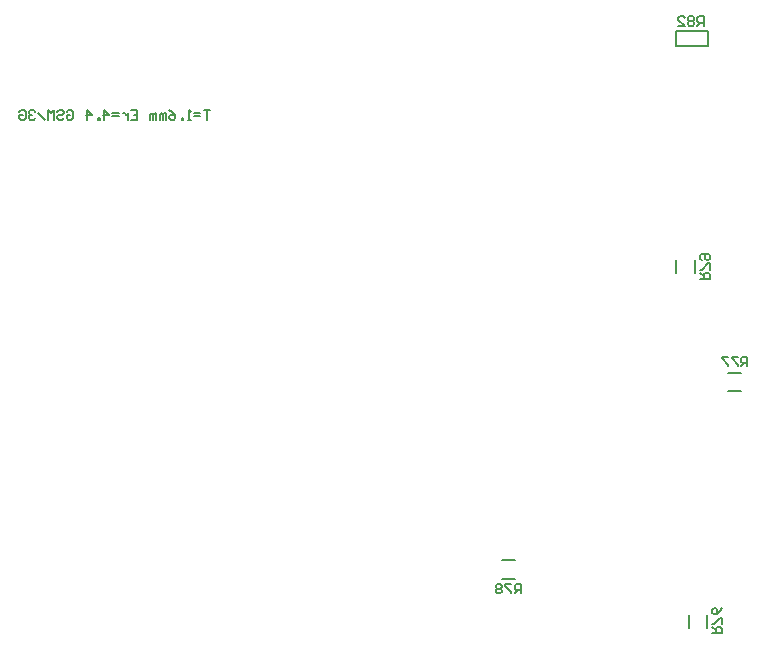
<source format=gbo>
G04*
G04 #@! TF.GenerationSoftware,Altium Limited,Altium Designer,18.1.7 (191)*
G04*
G04 Layer_Color=32896*
%FSLAX24Y24*%
%MOIN*%
G70*
G01*
G75*
%ADD12C,0.0070*%
%ADD14C,0.0079*%
D12*
X53957Y42520D02*
X55000D01*
X53957Y42008D02*
X55000D01*
X53957D02*
Y42520D01*
X55000Y42008D02*
Y42520D01*
D14*
X54360Y22628D02*
Y23061D01*
X54990Y22628D02*
Y23061D01*
X55679Y31132D02*
X56112D01*
X55679Y30502D02*
X56112D01*
X53957Y34439D02*
Y34872D01*
X54587Y34439D02*
Y34872D01*
X48150Y24262D02*
X48583D01*
X48150Y24892D02*
X48583D01*
X38405Y39882D02*
X38195D01*
X38300D01*
Y39567D01*
X38090Y39672D02*
X37880D01*
X38090Y39777D02*
X37880D01*
X37776Y39567D02*
X37671D01*
X37723D01*
Y39882D01*
X37776Y39829D01*
X37513Y39567D02*
Y39619D01*
X37461D01*
Y39567D01*
X37513D01*
X37041Y39882D02*
X37146Y39829D01*
X37251Y39724D01*
Y39619D01*
X37198Y39567D01*
X37093D01*
X37041Y39619D01*
Y39672D01*
X37093Y39724D01*
X37251D01*
X36936Y39567D02*
Y39777D01*
X36883D01*
X36831Y39724D01*
Y39567D01*
Y39724D01*
X36778Y39777D01*
X36726Y39724D01*
Y39567D01*
X36621D02*
Y39777D01*
X36569D01*
X36516Y39724D01*
Y39567D01*
Y39724D01*
X36464Y39777D01*
X36411Y39724D01*
Y39567D01*
X35781Y39882D02*
X35991D01*
Y39567D01*
X35781D01*
X35991Y39724D02*
X35886D01*
X35676Y39777D02*
Y39567D01*
Y39672D01*
X35624Y39724D01*
X35572Y39777D01*
X35519D01*
X35362Y39672D02*
X35152D01*
X35362Y39777D02*
X35152D01*
X34889Y39567D02*
Y39882D01*
X35047Y39724D01*
X34837D01*
X34732Y39567D02*
Y39619D01*
X34679D01*
Y39567D01*
X34732D01*
X34312D02*
Y39882D01*
X34470Y39724D01*
X34260D01*
X33630Y39829D02*
X33682Y39882D01*
X33787D01*
X33840Y39829D01*
Y39619D01*
X33787Y39567D01*
X33682D01*
X33630Y39619D01*
Y39724D01*
X33735D01*
X33315Y39829D02*
X33368Y39882D01*
X33472D01*
X33525Y39829D01*
Y39777D01*
X33472Y39724D01*
X33368D01*
X33315Y39672D01*
Y39619D01*
X33368Y39567D01*
X33472D01*
X33525Y39619D01*
X33210Y39567D02*
Y39882D01*
X33105Y39777D01*
X33000Y39882D01*
Y39567D01*
X32895D02*
X32685Y39777D01*
X32580Y39829D02*
X32528Y39882D01*
X32423D01*
X32370Y39829D01*
Y39777D01*
X32423Y39724D01*
X32475D01*
X32423D01*
X32370Y39672D01*
Y39619D01*
X32423Y39567D01*
X32528D01*
X32580Y39619D01*
X32056Y39829D02*
X32108Y39882D01*
X32213D01*
X32266Y39829D01*
Y39619D01*
X32213Y39567D01*
X32108D01*
X32056Y39619D01*
Y39724D01*
X32161D01*
X54862Y42687D02*
Y43002D01*
X54705D01*
X54652Y42949D01*
Y42844D01*
X54705Y42792D01*
X54862D01*
X54757D02*
X54652Y42687D01*
X54547Y42949D02*
X54495Y43002D01*
X54390D01*
X54337Y42949D01*
Y42897D01*
X54390Y42844D01*
X54337Y42792D01*
Y42739D01*
X54390Y42687D01*
X54495D01*
X54547Y42739D01*
Y42792D01*
X54495Y42844D01*
X54547Y42897D01*
Y42949D01*
X54495Y42844D02*
X54390D01*
X54023Y42687D02*
X54232D01*
X54023Y42897D01*
Y42949D01*
X54075Y43002D01*
X54180D01*
X54232Y42949D01*
X54754Y34252D02*
X55069D01*
Y34409D01*
X55016Y34462D01*
X54911D01*
X54859Y34409D01*
Y34252D01*
Y34357D02*
X54754Y34462D01*
X55069Y34567D02*
Y34777D01*
X55016D01*
X54806Y34567D01*
X54754D01*
X54806Y34882D02*
X54754Y34934D01*
Y35039D01*
X54806Y35092D01*
X55016D01*
X55069Y35039D01*
Y34934D01*
X55016Y34882D01*
X54964D01*
X54911Y34934D01*
Y35092D01*
X48770Y23770D02*
Y24085D01*
X48612D01*
X48560Y24032D01*
Y23927D01*
X48612Y23875D01*
X48770D01*
X48665D02*
X48560Y23770D01*
X48455Y24085D02*
X48245D01*
Y24032D01*
X48455Y23822D01*
Y23770D01*
X48140Y24032D02*
X48087Y24085D01*
X47983D01*
X47930Y24032D01*
Y23980D01*
X47983Y23927D01*
X47930Y23875D01*
Y23822D01*
X47983Y23770D01*
X48087D01*
X48140Y23822D01*
Y23875D01*
X48087Y23927D01*
X48140Y23980D01*
Y24032D01*
X48087Y23927D02*
X47983D01*
X56319Y31341D02*
Y31655D01*
X56161D01*
X56109Y31603D01*
Y31498D01*
X56161Y31446D01*
X56319D01*
X56214D02*
X56109Y31341D01*
X56004Y31655D02*
X55794D01*
Y31603D01*
X56004Y31393D01*
Y31341D01*
X55689Y31655D02*
X55479D01*
Y31603D01*
X55689Y31393D01*
Y31341D01*
X55157Y22441D02*
X55472D01*
Y22598D01*
X55420Y22651D01*
X55315D01*
X55262Y22598D01*
Y22441D01*
Y22546D02*
X55157Y22651D01*
X55472Y22756D02*
Y22966D01*
X55420D01*
X55210Y22756D01*
X55157D01*
X55472Y23281D02*
X55420Y23176D01*
X55315Y23071D01*
X55210D01*
X55157Y23123D01*
Y23228D01*
X55210Y23281D01*
X55262D01*
X55315Y23228D01*
Y23071D01*
M02*

</source>
